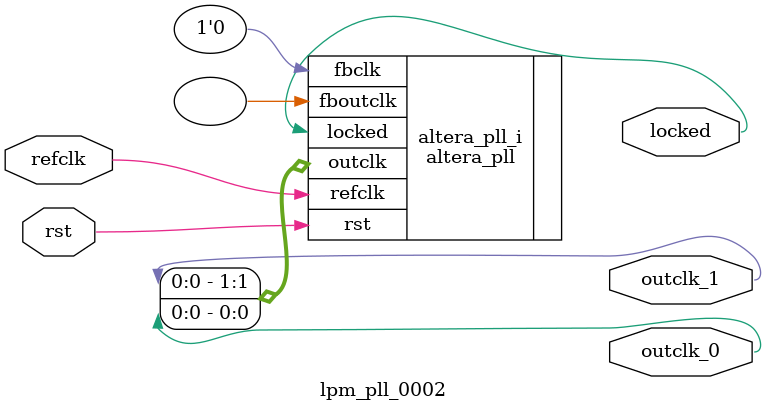
<source format=v>
`timescale 1ns/10ps
module  lpm_pll_0002(

	// interface 'refclk'
	input wire refclk,

	// interface 'reset'
	input wire rst,

	// interface 'outclk0'
	output wire outclk_0,

	// interface 'outclk1'
	output wire outclk_1,

	// interface 'locked'
	output wire locked
);

	altera_pll #(
		.fractional_vco_multiplier("false"),
		.reference_clock_frequency("50.0 MHz"),
		.operation_mode("direct"),
		.number_of_clocks(2),
		.output_clock_frequency0("40.000000 MHz"),
		.phase_shift0("0 ps"),
		.duty_cycle0(50),
		.output_clock_frequency1("150.000000 MHz"),
		.phase_shift1("0 ps"),
		.duty_cycle1(50),
		.output_clock_frequency2("0 MHz"),
		.phase_shift2("0 ps"),
		.duty_cycle2(50),
		.output_clock_frequency3("0 MHz"),
		.phase_shift3("0 ps"),
		.duty_cycle3(50),
		.output_clock_frequency4("0 MHz"),
		.phase_shift4("0 ps"),
		.duty_cycle4(50),
		.output_clock_frequency5("0 MHz"),
		.phase_shift5("0 ps"),
		.duty_cycle5(50),
		.output_clock_frequency6("0 MHz"),
		.phase_shift6("0 ps"),
		.duty_cycle6(50),
		.output_clock_frequency7("0 MHz"),
		.phase_shift7("0 ps"),
		.duty_cycle7(50),
		.output_clock_frequency8("0 MHz"),
		.phase_shift8("0 ps"),
		.duty_cycle8(50),
		.output_clock_frequency9("0 MHz"),
		.phase_shift9("0 ps"),
		.duty_cycle9(50),
		.output_clock_frequency10("0 MHz"),
		.phase_shift10("0 ps"),
		.duty_cycle10(50),
		.output_clock_frequency11("0 MHz"),
		.phase_shift11("0 ps"),
		.duty_cycle11(50),
		.output_clock_frequency12("0 MHz"),
		.phase_shift12("0 ps"),
		.duty_cycle12(50),
		.output_clock_frequency13("0 MHz"),
		.phase_shift13("0 ps"),
		.duty_cycle13(50),
		.output_clock_frequency14("0 MHz"),
		.phase_shift14("0 ps"),
		.duty_cycle14(50),
		.output_clock_frequency15("0 MHz"),
		.phase_shift15("0 ps"),
		.duty_cycle15(50),
		.output_clock_frequency16("0 MHz"),
		.phase_shift16("0 ps"),
		.duty_cycle16(50),
		.output_clock_frequency17("0 MHz"),
		.phase_shift17("0 ps"),
		.duty_cycle17(50),
		.pll_type("General"),
		.pll_subtype("General")
	) altera_pll_i (
		.rst	(rst),
		.outclk	({outclk_1, outclk_0}),
		.locked	(locked),
		.fboutclk	( ),
		.fbclk	(1'b0),
		.refclk	(refclk)
	);
endmodule


</source>
